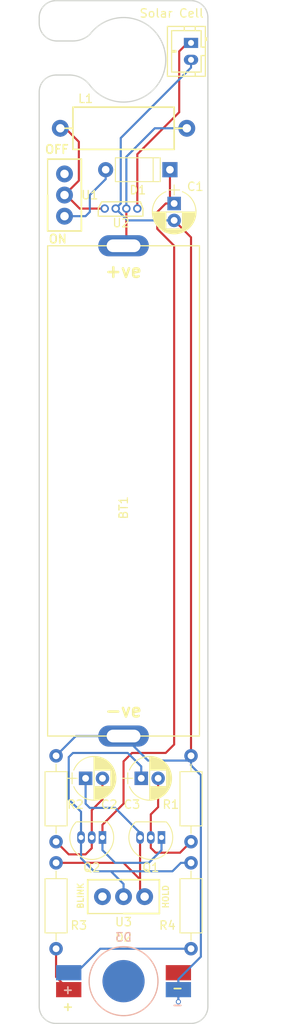
<source format=kicad_pcb>
(kicad_pcb (version 20171130) (host pcbnew "(5.1.12)-1")
  (layers (0 F.Cu signal) (31 B.Cu signal) (34 B.Paste user) (35 F.Paste user) (36 B.SilkS user) (37 F.SilkS user) (38 B.Mask user) (39 F.Mask user) (44 Edge.Cuts user))
  (net 0 "")
  (net 1 "Net-(BT1-Pad1)")
  (net 2 /GND)
  (net 3 /VCC)
  (net 4 "Net-(C2-Pad1)")
  (net 5 "Net-(C2-Pad2)")
  (net 6 "Net-(C3-Pad1)")
  (net 7 "Net-(C3-Pad2)")
  (net 8 "Net-(D1-Pad2)")
  (net 9 "Net-(L1-Pad1)")
  (net 10 "Net-(D2-Pad2)")
  (net 11 "Net-(D3-Pad2)")
  (net 12 "Net-(SC1-Pad1)")
  (module oshw:oshw (layer B.Cu) (at 127 97 180)
    (fp_text reference G***_4 hide)
    (fp_text value LOGO hide)
  )
  (module AAHolder:BatteryHolder (layer F.Cu) (at 127 93 90)
    (fp_text reference BT1 (at -2 0 90) (layer F.SilkS))
    (fp_text value Battery_Cell)
    (pad 1 thru_hole oval (at 29 0 90) (size 2.5 6) (drill oval 1.5 4) (layers *.Cu *.Mask) (net 1 "Net-(BT1-Pad1)"))
    (pad 2 thru_hole oval (at -29 0 90) (size 2.5 6) (drill oval 1.5 4) (layers *.Cu *.Mask) (net 2 /GND))
  )
  (module Capacitors_THT:CP_Radial_D5.0mm_P2.00mm (layer F.Cu) (at 133 59 270)
    (fp_text reference C1 (at -2 -2.5) (layer F.SilkS))
    (fp_text value CP)
    (pad 1 thru_hole rect (at 0 0 270) (size 1.6 1.6) (drill 0.8) (layers *.Cu *.Mask) (net 3 /VCC))
    (pad 2 thru_hole circle (at 2 0 270) (size 1.6 1.6) (drill 0.8) (layers *.Cu *.Mask) (net 2 /GND))
  )
  (module Capacitors_THT:CP_Radial_D5.0mm_P2.00mm (layer F.Cu) (at 122.5 127)
    (fp_text reference C2 (at 2.8 3.1) (layer F.SilkS))
    (fp_text value CP)
    (pad 1 thru_hole rect (at 0 0) (size 1.6 1.6) (drill 0.8) (layers *.Cu *.Mask) (net 4 "Net-(C2-Pad1)"))
    (pad 2 thru_hole circle (at 2 0) (size 1.6 1.6) (drill 0.8) (layers *.Cu *.Mask) (net 5 "Net-(C2-Pad2)"))
  )
  (module Capacitors_THT:CP_Radial_D5.0mm_P2.00mm (layer F.Cu) (at 129.1 127)
    (fp_text reference C3 (at -1.1 3.1) (layer F.SilkS))
    (fp_text value CP)
    (pad 1 thru_hole rect (at 0 0) (size 1.6 1.6) (drill 0.8) (layers *.Cu *.Mask) (net 6 "Net-(C3-Pad1)"))
    (pad 2 thru_hole circle (at 2 0) (size 1.6 1.6) (drill 0.8) (layers *.Cu *.Mask) (net 7 "Net-(C3-Pad2)"))
  )
  (module Diodes_THT:D_A-405_P7.62mm_Horizontal (layer F.Cu) (at 132.5 55 180)
    (fp_text reference D1 (at 3.81 -2.41 180) (layer F.SilkS))
    (fp_text value D)
    (pad 1 thru_hole rect (at 0 0 180) (size 1.8 1.8) (drill 0.9) (layers *.Cu *.Mask) (net 3 /VCC))
    (pad 2 thru_hole oval (at 7.62 0 180) (size 1.8 1.8) (drill 0.9) (layers *.Cu *.Mask) (net 8 "Net-(D1-Pad2)"))
  )
  (module Inductor:Inductor (layer F.Cu) (at 127 50.1)
    (fp_text reference L1 (at -4.5 -3.5) (layer F.SilkS))
    (fp_text value L)
    (pad 2 thru_hole circle (at 7.5 0) (size 2 2) (drill 1) (layers *.Cu *.Mask) (net 1 "Net-(BT1-Pad1)"))
    (pad 1 thru_hole circle (at -7.5 0) (size 2 2) (drill 1) (layers *.Cu *.Mask) (net 9 "Net-(L1-Pad1)"))
  )
  (module TO_SOT_Packages_THT:TO-92_Inline_Narrow_Oval (layer F.Cu) (at 131.5 134 180)
    (fp_text reference Q1 (at 1.27 -3.556 180) (layer F.SilkS))
    (fp_text value Q_PNP_EBC)
    (pad 2 thru_hole oval (at 1.27 0) (size 0.89916 1.50114) (drill 0.6) (layers *.Cu *.Mask) (net 7 "Net-(C3-Pad2)"))
    (pad 3 thru_hole oval (at 2.54 0) (size 0.89916 1.50114) (drill 0.6) (layers *.Cu *.Mask) (net 4 "Net-(C2-Pad1)"))
    (pad 1 thru_hole rect (at 0 0) (size 0.89916 1.50114) (drill 0.6) (layers *.Cu *.Mask) (net 3 /VCC))
  )
  (module TO_SOT_Packages_THT:TO-92_Inline_Narrow_Oval (layer F.Cu) (at 124.5 134 180)
    (fp_text reference Q2 (at 1.27 -3.556 180) (layer F.SilkS))
    (fp_text value Q_PNP_EBC)
    (pad 2 thru_hole oval (at 1.27 0) (size 0.89916 1.50114) (drill 0.6) (layers *.Cu *.Mask) (net 5 "Net-(C2-Pad2)"))
    (pad 3 thru_hole oval (at 2.54 0) (size 0.89916 1.50114) (drill 0.6) (layers *.Cu *.Mask) (net 6 "Net-(C3-Pad1)"))
    (pad 1 thru_hole rect (at 0 0) (size 0.89916 1.50114) (drill 0.6) (layers *.Cu *.Mask) (net 3 /VCC))
  )
  (module Resistors_THT:R_Axial_DIN0207_L6.3mm_D2.5mm_P10.16mm_Horizontal (layer F.Cu) (at 135 134.5 90)
    (fp_text reference R1 (at 4.4 -2.4 180) (layer F.SilkS))
    (fp_text value R)
    (pad 1 thru_hole circle (at 0 0 90) (size 1.6 1.6) (drill 0.8) (layers *.Cu *.Mask) (net 7 "Net-(C3-Pad2)"))
    (pad 2 thru_hole oval (at 10.16 0 90) (size 1.6 1.6) (drill 0.8) (layers *.Cu *.Mask) (net 2 /GND))
  )
  (module Resistors_THT:R_Axial_DIN0207_L6.3mm_D2.5mm_P10.16mm_Horizontal (layer F.Cu) (at 119 134.5 90)
    (fp_text reference R2 (at 4.4 2.3 180) (layer F.SilkS))
    (fp_text value R)
    (pad 1 thru_hole circle (at 0 0 90) (size 1.6 1.6) (drill 0.8) (layers *.Cu *.Mask) (net 5 "Net-(C2-Pad2)"))
    (pad 2 thru_hole oval (at 10.16 0 90) (size 1.6 1.6) (drill 0.8) (layers *.Cu *.Mask) (net 2 /GND))
  )
  (module Switch:Switch (layer F.Cu) (at 120 58 90)
    (fp_text reference U1 (at 0 3 180) (layer F.SilkS))
    (fp_text value switch_on_off)
    (pad 1 thru_hole circle (at -2.5 0 90) (size 2 2) (drill 1) (layers *.Cu *.Mask) (net 8 "Net-(D1-Pad2)"))
    (pad 2 thru_hole circle (at 0 0 90) (size 2 2) (drill 1) (layers *.Cu *.Mask) (net 9 "Net-(L1-Pad1)"))
    (pad 3 thru_hole circle (at 2.5 0 90) (size 2 2) (drill 1) (layers *.Cu *.Mask))
  )
  (module Switch:Switch (layer F.Cu) (at 127 141 180)
    (fp_text reference U3 (at 0 -3 180) (layer F.SilkS))
    (fp_text value switch_on_off)
    (pad 1 thru_hole circle (at -2.5 0 180) (size 2 2) (drill 1) (layers *.Cu *.Mask) (net 4 "Net-(C2-Pad1)"))
    (pad 2 thru_hole circle (at 0 0 180) (size 2 2) (drill 1) (layers *.Cu *.Mask) (net 6 "Net-(C3-Pad1)"))
    (pad 3 thru_hole circle (at 2.5 0 180) (size 2 2) (drill 1) (layers *.Cu *.Mask))
  )
  (module Connectors_JST:JST_PH_B2B-PH-K_02x2.00mm_Straight (layer F.Cu) (at 135 40 270)
    (fp_text reference "Solar Cell" (at -3.5 2.3) (layer F.SilkS))
    (fp_text value Solar_Cell)
    (pad 1 thru_hole rect (at 0 0 270) (size 1.2 1.7) (drill 0.7) (layers *.Cu *.Mask) (net 12 "Net-(SC1-Pad1)"))
    (pad 2 thru_hole oval (at 2 0 270) (size 1.2 1.7) (drill 0.7) (layers *.Cu *.Mask) (net 2 /GND))
  )
  (module Resistors_THT:R_Axial_DIN0207_L6.3mm_D2.5mm_P10.16mm_Horizontal (layer F.Cu) (at 119 137 270)
    (fp_text reference R3 (at 7.4 -2.7) (layer F.SilkS))
    (fp_text value R)
    (pad 1 thru_hole circle (at 0 0 270) (size 1.6 1.6) (drill 0.8) (layers *.Cu *.Mask) (net 4 "Net-(C2-Pad1)"))
    (pad 2 thru_hole oval (at 10.16 0 270) (size 1.6 1.6) (drill 0.8) (layers *.Cu *.Mask) (net 10 "Net-(D2-Pad2)"))
  )
  (module Resistors_THT:R_Axial_DIN0207_L6.3mm_D2.5mm_P10.16mm_Horizontal (layer F.Cu) (at 135 137 270)
    (fp_text reference R4 (at 7.4 2.8) (layer F.SilkS))
    (fp_text value R)
    (pad 1 thru_hole circle (at 0 0 270) (size 1.6 1.6) (drill 0.8) (layers *.Cu *.Mask) (net 6 "Net-(C3-Pad1)"))
    (pad 2 thru_hole oval (at 10.16 0 270) (size 1.6 1.6) (drill 0.8) (layers *.Cu *.Mask) (net 11 "Net-(D3-Pad2)"))
  )
  (module 1W-LED:1W-LED (layer F.Cu) (at 127 151 180)
    (fp_text reference D2 (at 0 5.2 180) (layer F.SilkS))
    (fp_text value LED)
    (pad 1 smd rect (at -6.5 1 180) (size 3 1.8) (layers F.Cu F.Paste F.Mask) (net 2 /GND))
    (pad 2 smd rect (at 6.5 -1 180) (size 3 1.8) (layers F.Cu F.Paste F.Mask) (net 10 "Net-(D2-Pad2)"))
    (pad 3 smd circle (at 0 0 180) (size 5 5) (layers F.Cu F.Paste F.Mask))
  )
  (module 1W-LED:1W-LED (layer B.Cu) (at 127 151 180)
    (fp_text reference D3 (at 0 5.2 180) (layer B.SilkS) (effects (justify mirror)))
    (fp_text value LED)
    (pad 1 smd rect (at -6.5 -1 180) (size 3 1.8) (layers B.Cu B.Paste B.Mask) (net 2 /GND))
    (pad 2 smd rect (at 6.5 1 180) (size 3 1.8) (layers B.Cu B.Paste B.Mask) (net 11 "Net-(D3-Pad2)"))
    (pad 3 smd circle (at 0 0 180) (size 5 5) (layers B.Cu B.Paste B.Mask))
  )
  (module YX8018:YX8018 (layer F.Cu) (at 126.7 59.6 180)
    (fp_text reference U2 (at 0 -1.7 180) (layer F.SilkS))
    (fp_text value qf5252)
    (pad 1 thru_hole circle (at -1.935 0 180) (size 1 1) (drill 0.6) (layers *.Cu *.Mask) (net 12 "Net-(SC1-Pad1)"))
    (pad 2 thru_hole circle (at -0.635 0 180) (size 1 1) (drill 0.6) (layers *.Cu *.Mask) (net 1 "Net-(BT1-Pad1)"))
    (pad 3 thru_hole circle (at 0.635 0 180) (size 1 1) (drill 0.6) (layers *.Cu *.Mask) (net 2 /GND))
    (pad 4 thru_hole circle (at 1.935 0 180) (size 1 1) (drill 0.6) (layers *.Cu *.Mask) (net 9 "Net-(L1-Pad1)"))
  )
  (module hillhacks:hillhacks (layer B.Cu) (at 127 73 180)
    (fp_text reference G***_3 hide)
    (fp_text value LOGO hide)
  )
  (module sign:sign_MASK (layer B.Cu) (at 125.7 109 180)
    (fp_text reference G***_2 hide)
    (fp_text value LOGO hide)
  )
  (module jugnu:jugnu_new (layer B.Cu) (at 127 86.4 180)
    (fp_text reference G*** hide)
    (fp_text value LOGO hide)
  )
  (gr_text - (at 133.4 153.8) (layer B.SilkS) (effects (font (size 1 1) (thickness 0.2)) (justify mirror)))
  (gr_text + (at 120.4 152) (layer B.SilkS) (effects (font (size 1 1) (thickness 0.2)) (justify mirror)))
  (gr_text - (at 133.4 151.8) (layer F.SilkS) (effects (font (size 1 1) (thickness 0.2))))
  (gr_text + (at 120.4 154) (layer F.SilkS) (effects (font (size 1 1) (thickness 0.2))))
  (gr_text -ve (at 127 119) (layer F.SilkS) (effects (font (size 1.5 1.5) (thickness 0.3))))
  (gr_text +ve (at 127 67) (layer F.SilkS) (effects (font (size 1.5 1.5) (thickness 0.3))))
  (gr_text HOLD (at 132 141 90) (layer F.SilkS) (effects (font (size 0.7 0.7))))
  (gr_text BLINK (at 121.9 140.9 90) (layer F.SilkS) (effects (font (size 0.7 0.7))))
  (gr_text OFF (at 119.1 52.6) (layer F.SilkS) (effects (font (size 1 1) (thickness 0.2))))
  (gr_text "ON\n" (at 119.2 63.2) (layer F.SilkS) (effects (font (size 1 1) (thickness 0.2))))
  (gr_line (start 137 37) (end 137 37.5) (layer Edge.Cuts) (width 0.15))
  (gr_line (start 117 37.1) (end 117 37.6) (layer Edge.Cuts) (width 0.15))
  (gr_line (start 119.1 39.773214) (end 121 39.773214) (angle 90) (layer Edge.Cuts) (width 0.15))
  (gr_line (start 119 43.8) (end 120.6 43.8) (angle 90) (layer Edge.Cuts) (width 0.15))
  (gr_line (start 117 154) (end 117 45.8) (angle 90) (layer Edge.Cuts) (width 0.15))
  (gr_line (start 135 156) (end 119 156) (angle 90) (layer Edge.Cuts) (width 0.15))
  (gr_line (start 137 154) (end 137 121.5) (angle 90) (layer Edge.Cuts) (width 0.15))
  (gr_line (start 137 37.5) (end 137 46) (angle 90) (layer Edge.Cuts) (width 0.15))
  (gr_line (start 119 35) (end 135 35) (angle 90) (layer Edge.Cuts) (width 0.15))
  (gr_line (start 137 121.5) (end 137 46) (angle 90) (layer Edge.Cuts) (width 0.15))
  (gr_arc (start 127 42) (end 123 39) (angle 286.2602047) (layer Edge.Cuts) (width 0.15))
  (gr_arc (start 121 36.8) (end 123 39) (angle 42.27368901) (layer Edge.Cuts) (width 0.15))
  (gr_arc (start 120.6 46.8) (end 120.6 43.8) (angle 53.13010235) (layer Edge.Cuts) (width 0.15))
  (gr_arc (start 119 45.8) (end 117 45.8) (angle 90) (layer Edge.Cuts) (width 0.15))
  (gr_arc (start 119.1 37.673214) (end 119.1 39.773214) (angle 91.99672639) (layer Edge.Cuts) (width 0.15))
  (gr_arc (start 119 37.002498) (end 117 37.102498) (angle 92.86240523) (layer Edge.Cuts) (width 0.15))
  (gr_arc (start 135 37) (end 135 35) (angle 90) (layer Edge.Cuts) (width 0.15))
  (gr_arc (start 135 154) (end 137 154) (angle 90) (layer Edge.Cuts) (width 0.15))
  (gr_arc (start 119 154) (end 119 156) (angle 90) (layer Edge.Cuts) (width 0.15))
  (segment (start 127.335 59.6) (end 127.335 63.665) (width 0.25) (layer F.Cu) (net 1))
  (segment (start 127.335 63.665) (end 127 64) (width 0.25) (layer F.Cu) (net 1))
  (segment (start 127.335 59.6) (end 127.335 53.465) (width 0.25) (layer B.Cu) (net 1))
  (segment (start 127.335 53.465) (end 130.7 50.1) (width 0.25) (layer B.Cu) (net 1))
  (segment (start 130.7 50.1) (end 134.5 50.1) (width 0.25) (layer B.Cu) (net 1))
  (segment (start 133 61) (end 135 63) (width 0.25) (layer F.Cu) (net 2))
  (segment (start 135 63) (end 135 124.34) (width 0.25) (layer F.Cu) (net 2))
  (segment (start 135 124.9025) (end 129.9025 124.9025) (width 0.25) (layer B.Cu) (net 2))
  (segment (start 129.9025 124.9025) (end 127 122) (width 0.25) (layer B.Cu) (net 2))
  (segment (start 135 124.9025) (end 135 125.4651) (width 0.25) (layer B.Cu) (net 2))
  (segment (start 135 124.34) (end 135 124.9025) (width 0.25) (layer B.Cu) (net 2))
  (segment (start 119 124.34) (end 121.34 122) (width 0.25) (layer B.Cu) (net 2))
  (segment (start 121.34 122) (end 127 122) (width 0.25) (layer B.Cu) (net 2))
  (segment (start 135 42) (end 135 42.9251) (width 0.25) (layer B.Cu) (net 2))
  (segment (start 135 42.9251) (end 126.6663 51.2588) (width 0.25) (layer B.Cu) (net 2))
  (segment (start 126.6663 51.2588) (end 126.6663 58.9987) (width 0.25) (layer B.Cu) (net 2))
  (segment (start 126.6663 58.9987) (end 126.065 59.6) (width 0.25) (layer B.Cu) (net 2))
  (segment (start 133.5 152) (end 133.5 150.7749) (width 0.25) (layer B.Cu) (net 2))
  (segment (start 133.5 150.7749) (end 136.1657 148.1092) (width 0.25) (layer B.Cu) (net 2))
  (segment (start 136.1657 148.1092) (end 136.1657 126.6308) (width 0.25) (layer B.Cu) (net 2))
  (segment (start 136.1657 126.6308) (end 135 125.4651) (width 0.25) (layer B.Cu) (net 2))
  (segment (start 133.5 152) (end 133.5 153.4366) (width 0.25) (layer B.Cu) (net 2))
  (segment (start 133.5 153.4366) (end 133.5 150) (width 0.25) (layer F.Cu) (net 2))
  (segment (start 126.065 59.6) (end 127.465 61) (width 0.25) (layer B.Cu) (net 2))
  (segment (start 127.465 61) (end 133 61) (width 0.25) (layer B.Cu) (net 2))
  (via (at 133.5 153.4366) (size 0.6) (layers F.Cu B.Cu) (net 2))
  (segment (start 132.5 55) (end 132.5 58.5) (width 0.25) (layer F.Cu) (net 3))
  (segment (start 132.5 58.5) (end 133 59) (width 0.25) (layer F.Cu) (net 3))
  (segment (start 124.5 134) (end 124.5 135.5) (width 0.25) (layer B.Cu) (net 3))
  (segment (start 124.5 135.5) (end 126 137) (width 0.25) (layer B.Cu) (net 3))
  (segment (start 126 137) (end 130 137) (width 0.25) (layer B.Cu) (net 3))
  (segment (start 130 137) (end 131.5 135.5) (width 0.25) (layer B.Cu) (net 3))
  (segment (start 131.5 135.5) (end 131.5 134) (width 0.25) (layer B.Cu) (net 3))
  (segment (start 124.5 134) (end 124.5 132.5) (width 0.25) (layer F.Cu) (net 3))
  (segment (start 124.5 132.5) (end 127 130) (width 0.25) (layer F.Cu) (net 3))
  (segment (start 127 130) (end 127 125) (width 0.25) (layer F.Cu) (net 3))
  (segment (start 127 125) (end 128 124) (width 0.25) (layer F.Cu) (net 3))
  (segment (start 128 124) (end 132 124) (width 0.25) (layer F.Cu) (net 3))
  (segment (start 132 124) (end 133 123) (width 0.25) (layer F.Cu) (net 3))
  (segment (start 133 123) (end 133 64) (width 0.25) (layer F.Cu) (net 3))
  (segment (start 133 64) (end 131 62) (width 0.25) (layer F.Cu) (net 3))
  (segment (start 131 62) (end 131 60) (width 0.25) (layer F.Cu) (net 3))
  (segment (start 131 60) (end 132 59) (width 0.25) (layer F.Cu) (net 3))
  (segment (start 132 59) (end 133 59) (width 0.25) (layer F.Cu) (net 3))
  (segment (start 128.96 138.96) (end 128.96 140.46) (width 0.25) (layer F.Cu) (net 4))
  (segment (start 128.96 140.46) (end 129.5 141) (width 0.25) (layer F.Cu) (net 4))
  (segment (start 128.96 134) (end 128.96 138.96) (width 0.25) (layer F.Cu) (net 4))
  (segment (start 128.96 134) (end 128.96 133.46) (width 0.25) (layer B.Cu) (net 4))
  (segment (start 128.96 133.46) (end 126 130.5) (width 0.25) (layer B.Cu) (net 4))
  (segment (start 126 130.5) (end 123 130.5) (width 0.25) (layer B.Cu) (net 4))
  (segment (start 123 130.5) (end 122.5 130) (width 0.25) (layer B.Cu) (net 4))
  (segment (start 122.5 130) (end 122.5 127) (width 0.25) (layer B.Cu) (net 4))
  (segment (start 129.5 140.5) (end 129.5 141) (width 0.25) (layer F.Cu) (net 4))
  (segment (start 119 137) (end 127 137) (width 0.25) (layer F.Cu) (net 4))
  (segment (start 127 137) (end 128.96 138.96) (width 0.25) (layer F.Cu) (net 4))
  (segment (start 124.5 127) (end 124.5 129.5) (width 0.25) (layer F.Cu) (net 5))
  (segment (start 124.5 129.5) (end 123.23 130.77) (width 0.25) (layer F.Cu) (net 5))
  (segment (start 123.23 130.77) (end 123.23 134) (width 0.25) (layer F.Cu) (net 5))
  (segment (start 119 134.5) (end 120.5 136) (width 0.25) (layer F.Cu) (net 5))
  (segment (start 120.5 136) (end 122.5 136) (width 0.25) (layer F.Cu) (net 5))
  (segment (start 122.5 136) (end 123.23 135.27) (width 0.25) (layer F.Cu) (net 5))
  (segment (start 123.23 135.27) (end 123.23 134) (width 0.25) (layer F.Cu) (net 5))
  (segment (start 121.96 134) (end 121.96 130.96) (width 0.25) (layer B.Cu) (net 6))
  (segment (start 121.96 130.96) (end 120.5 129.5) (width 0.25) (layer B.Cu) (net 6))
  (segment (start 120.5 129.5) (end 120.5 124.5) (width 0.25) (layer B.Cu) (net 6))
  (segment (start 120.5 124.5) (end 121 124) (width 0.25) (layer B.Cu) (net 6))
  (segment (start 121 124) (end 127.5 124) (width 0.25) (layer B.Cu) (net 6))
  (segment (start 127.5 124) (end 129.1 125.6) (width 0.25) (layer B.Cu) (net 6))
  (segment (start 129.1 125.6) (end 129.1 127) (width 0.25) (layer B.Cu) (net 6))
  (segment (start 121.96 134) (end 121.96 136.46) (width 0.25) (layer B.Cu) (net 6))
  (segment (start 121.96 136.46) (end 123.5 138) (width 0.25) (layer B.Cu) (net 6))
  (segment (start 123.5 138) (end 125.5 138) (width 0.25) (layer B.Cu) (net 6))
  (segment (start 125.5 138) (end 127 139.5) (width 0.25) (layer B.Cu) (net 6))
  (segment (start 127 139.5) (end 127 141) (width 0.25) (layer B.Cu) (net 6))
  (segment (start 135 137) (end 133.8 137) (width 0.25) (layer B.Cu) (net 6))
  (segment (start 133.8 137) (end 132.8 138) (width 0.25) (layer B.Cu) (net 6))
  (segment (start 132.8 138) (end 125.5 138) (width 0.25) (layer B.Cu) (net 6))
  (segment (start 131.1 127) (end 131.1 130.4) (width 0.25) (layer F.Cu) (net 7))
  (segment (start 131.1 130.4) (end 130.23 131.27) (width 0.25) (layer F.Cu) (net 7))
  (segment (start 130.23 131.27) (end 130.23 134) (width 0.25) (layer F.Cu) (net 7))
  (segment (start 130.23 134) (end 130.23 135.23) (width 0.25) (layer F.Cu) (net 7))
  (segment (start 130.23 135.23) (end 130.8 135.8) (width 0.25) (layer F.Cu) (net 7))
  (segment (start 130.8 135.8) (end 133.7 135.8) (width 0.25) (layer F.Cu) (net 7))
  (segment (start 133.7 135.8) (end 135 134.5) (width 0.25) (layer F.Cu) (net 7))
  (segment (start 124.88 55) (end 124.88 56.12) (width 0.25) (layer B.Cu) (net 8))
  (segment (start 124.88 56.12) (end 123 58) (width 0.25) (layer B.Cu) (net 8))
  (segment (start 123 58) (end 123 60) (width 0.25) (layer B.Cu) (net 8))
  (segment (start 123 60) (end 122.5 60.5) (width 0.25) (layer B.Cu) (net 8))
  (segment (start 122.5 60.5) (end 120 60.5) (width 0.25) (layer B.Cu) (net 8))
  (segment (start 124.765 59.465) (end 124.765 59.6) (width 0.25) (layer F.Cu) (net 9))
  (segment (start 119.5 50.1) (end 119.5 51) (width 0.25) (layer F.Cu) (net 9))
  (segment (start 120 58) (end 120.2 58) (width 0.25) (layer F.Cu) (net 9))
  (segment (start 120.2 58) (end 121.8 59.6) (width 0.25) (layer F.Cu) (net 9))
  (segment (start 121.8 59.6) (end 124.765 59.6) (width 0.25) (layer F.Cu) (net 9))
  (segment (start 119.5 50.1) (end 118.9 50.1) (width 0.25) (layer F.Cu) (net 9))
  (segment (start 119.5 50.1) (end 120.1 50.1) (width 0.25) (layer F.Cu) (net 9))
  (segment (start 120.1 50.1) (end 121.7 51.7) (width 0.25) (layer F.Cu) (net 9))
  (segment (start 121.7 51.7) (end 121.7 56.3) (width 0.25) (layer F.Cu) (net 9))
  (segment (start 121.7 56.3) (end 120 58) (width 0.25) (layer F.Cu) (net 9))
  (segment (start 119 147.16) (end 119 150.5) (width 0.25) (layer F.Cu) (net 10))
  (segment (start 119 150.5) (end 120.5 152) (width 0.25) (layer F.Cu) (net 10))
  (segment (start 120.5 149.6) (end 120.5 150) (width 0.25) (layer B.Cu) (net 11))
  (segment (start 120.5 150) (end 121.4 150) (width 0.25) (layer B.Cu) (net 11))
  (segment (start 121.4 150) (end 124.24 147.16) (width 0.25) (layer B.Cu) (net 11))
  (segment (start 124.24 147.16) (end 135 147.16) (width 0.25) (layer B.Cu) (net 11))
  (segment (start 135 40) (end 134.6 40) (width 0.25) (layer F.Cu) (net 12))
  (segment (start 134.6 40) (end 133.6 41) (width 0.25) (layer F.Cu) (net 12))
  (segment (start 133.6 41) (end 133.6 48.2) (width 0.25) (layer F.Cu) (net 12))
  (segment (start 133.6 48.2) (end 128.635 53.165) (width 0.25) (layer F.Cu) (net 12))
  (segment (start 128.635 53.165) (end 128.635 59.6) (width 0.25) (layer F.Cu) (net 12))
)
</source>
